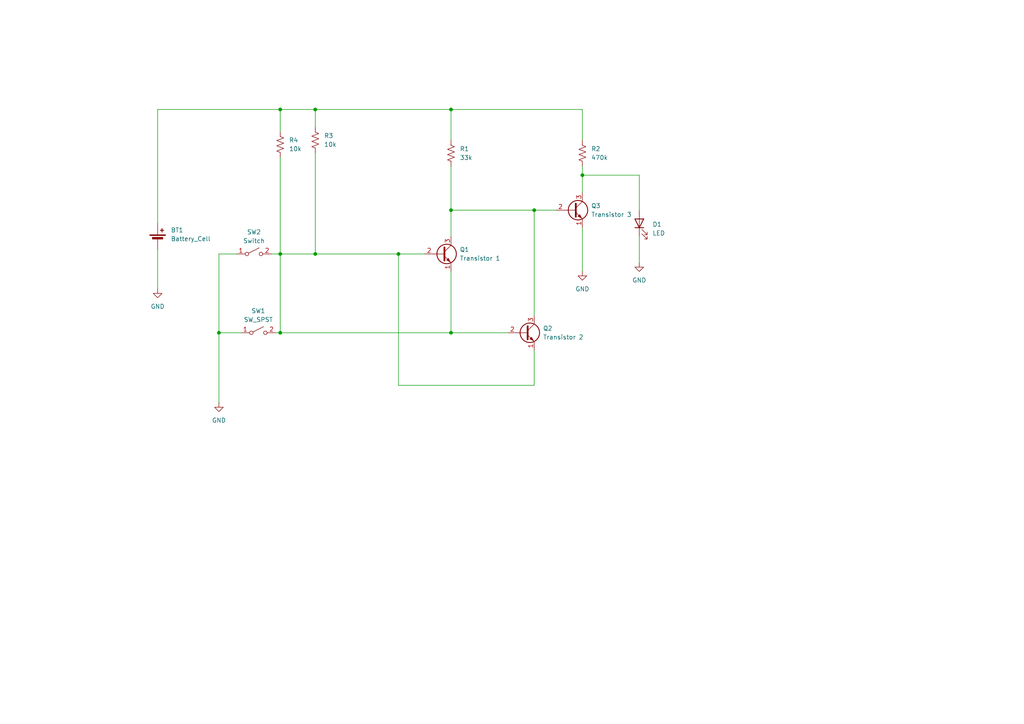
<source format=kicad_sch>
(kicad_sch (version 20250114) (generator "eeschema") (generator_version "9.0")
  (paper "A4")
  (title_block (title "1st design") (date "23/10/2025"))
  (lib_symbols
    (symbol "Device:Battery_Cell" (pin_numbers (hide yes)) (pin_names (offset 0) (hide yes))
      (property "Reference" "BT" (at 2.54 2.54 0))
      (property "Value" "Battery_Cell" (at 2.54 0 0))
      (symbol "Battery_Cell_0_1"
        (rectangle (start -2.286 1.778) (end 2.286 1.524) (fill (type outline)))
        (rectangle (start -1.524 1.016) (end 1.524 0.508) (fill (type outline)))
        (polyline (pts (xy 0 1.778) (xy 0 2.54)))
        (polyline (pts (xy 0 0.762) (xy 0 0)))
        (polyline (pts (xy 0.762 3.048) (xy 1.778 3.048)) (stroke (width 0.254)))
        (polyline (pts (xy 1.27 3.556) (xy 1.27 2.54)) (stroke (width 0.254)))
      )
      (symbol "Battery_Cell_1_1"
        (pin passive line (at 0 5.08 270) (length 2.54) (name "+") (number "1"))
        (pin passive line (at 0 -2.54 90) (length 2.54) (name "-") (number "2"))
      )
    )
    (symbol "Device:LED" (pin_numbers (hide yes)) (pin_names (offset 1.016) (hide yes))
      (property "Reference" "D" (at 0 2.54 0))
      (property "Value" "LED" (at 0 -2.54 0))
      (symbol "LED_0_1"
        (polyline (pts (xy -3.048 -0.762) (xy -4.572 -2.286) (xy -3.81 -2.286) (xy -4.572 -2.286) (xy -4.572 -1.524)))
        (polyline (pts (xy -1.778 -0.762) (xy -3.302 -2.286) (xy -2.54 -2.286) (xy -3.302 -2.286) (xy -3.302 -1.524)))
        (polyline (pts (xy -1.27 0) (xy 1.27 0)))
        (polyline (pts (xy -1.27 -1.27) (xy -1.27 1.27)) (stroke (width 0.254)))
        (polyline (pts (xy 1.27 -1.27) (xy 1.27 1.27) (xy -1.27 0) (xy 1.27 -1.27)) (stroke (width 0.254)))
      )
      (symbol "LED_1_1"
        (pin passive line (at -3.81 0 0) (length 2.54) (name "K") (number "1"))
        (pin passive line (at 3.81 0 180) (length 2.54) (name "A") (number "2"))
      )
    )
    (symbol "Device:R_US" (pin_numbers (hide yes)) (pin_names (offset 0))
      (property "Reference" "R" (at 2.54 0 90))
      (property "Value" "R_US" (at -2.54 0 90))
      (symbol "R_US_0_1"
        (polyline (pts (xy 0 2.286) (xy 0 2.54)))
        (polyline (pts (xy 0 2.286) (xy 1.016 1.905) (xy 0 1.524) (xy -1.016 1.143) (xy 0 0.762)))
        (polyline (pts (xy 0 0.762) (xy 1.016 0.381) (xy 0 0) (xy -1.016 -0.381) (xy 0 -0.762)))
        (polyline (pts (xy 0 -0.762) (xy 1.016 -1.143) (xy 0 -1.524) (xy -1.016 -1.905) (xy 0 -2.286)))
        (polyline (pts (xy 0 -2.286) (xy 0 -2.54)))
      )
      (symbol "R_US_1_1"
        (pin passive line (at 0 3.81 270) (length 1.27) (name "~") (number "1"))
        (pin passive line (at 0 -3.81 90) (length 1.27) (name "~") (number "2"))
      )
    )
    (symbol "Switch:SW_SPST" (pin_names (offset 0) (hide yes))
      (property "Reference" "SW" (at 0 3.175 0))
      (property "Value" "SW_SPST" (at 0 -2.54 0))
      (symbol "SW_SPST_0_0"
        (circle (center -2.032 0) (radius 0.508))
        (polyline (pts (xy -1.524 0.254) (xy 1.524 1.778)))
        (circle (center 2.032 0) (radius 0.508))
      )
      (symbol "SW_SPST_1_1"
        (pin passive line (at -5.08 0 0) (length 2.54) (name "A") (number "1"))
        (pin passive line (at 5.08 0 180) (length 2.54) (name "B") (number "2"))
      )
    )
    (symbol "Transistor_BJT:Q_NPN_EBC" (pin_names (offset 0) (hide yes))
      (property "Reference" "Q" (at 5.08 1.27 0))
      (property "Value" "Q_NPN_EBC" (at 5.08 -1.27 0))
      (symbol "Q_NPN_EBC_0_1"
        (polyline (pts (xy -2.54 0) (xy 0.635 0)))
        (polyline (pts (xy 0.635 1.905) (xy 0.635 -1.905)) (stroke (width 0.508)))
        (circle (center 1.27 0) (radius 2.8194) (stroke (width 0.254)))
      )
      (symbol "Q_NPN_EBC_1_1"
        (polyline (pts (xy 0.635 0.635) (xy 2.54 2.54)))
        (polyline (pts (xy 0.635 -0.635) (xy 2.54 -2.54)))
        (polyline (pts (xy 1.27 -1.778) (xy 1.778 -1.27) (xy 2.286 -2.286) (xy 1.27 -1.778)) (fill (type outline)))
        (pin input line (at -5.08 0 0) (length 2.54) (name "B") (number "2"))
        (pin passive line (at 2.54 5.08 270) (length 2.54) (name "C") (number "3"))
        (pin passive line (at 2.54 -5.08 90) (length 2.54) (name "E") (number "1"))
      )
    )
    (symbol "power:GND" (power) (pin_numbers (hide yes)) (pin_names (offset 0) (hide yes))
      (property "Value" "GND" (at 0 -3.81 0))
      (symbol "GND_0_1"
        (polyline (pts (xy 0 0) (xy 0 -1.27) (xy 1.27 -1.27) (xy 0 -2.54) (xy -1.27 -1.27) (xy 0 -1.27)))
      )
      (symbol "GND_1_1"
        (pin power_in line (at 0 0 270) (length 0) (name "~") (number "1"))
      )
    )
  )
  (junction (at 81.28 73.66))
  (junction (at 168.91 50.8))
  (junction (at 115.57 73.66))
  (junction (at 91.44 31.75))
  (junction (at 81.28 96.52))
  (junction (at 130.81 60.96))
  (junction (at 130.81 96.52))
  (junction (at 63.5 96.52))
  (junction (at 81.28 31.75))
  (junction (at 130.81 31.75))
  (junction (at 154.94 60.96))
  (junction (at 91.44 73.66))
  (wire (pts (xy 91.44 31.75) (xy 91.44 36.83)))
  (wire (pts (xy 130.81 48.26) (xy 130.81 60.96)))
  (wire (pts (xy 91.44 73.66) (xy 115.57 73.66)))
  (wire (pts (xy 45.72 31.75) (xy 45.72 64.77)))
  (wire (pts (xy 130.81 31.75) (xy 168.91 31.75)))
  (wire (pts (xy 130.81 60.96) (xy 130.81 68.58)))
  (wire (pts (xy 130.81 96.52) (xy 147.32 96.52)))
  (wire (pts (xy 91.44 31.75) (xy 130.81 31.75)))
  (wire (pts (xy 130.81 31.75) (xy 130.81 40.64)))
  (wire (pts (xy 130.81 60.96) (xy 154.94 60.96)))
  (wire (pts (xy 168.91 50.8) (xy 168.91 55.88)))
  (wire (pts (xy 168.91 48.26) (xy 168.91 50.8)))
  (wire (pts (xy 168.91 66.04) (xy 168.91 78.74)))
  (wire (pts (xy 185.42 50.8) (xy 185.42 60.96)))
  (wire (pts (xy 81.28 73.66) (xy 81.28 96.52)))
  (wire (pts (xy 81.28 96.52) (xy 130.81 96.52)))
  (wire (pts (xy 115.57 73.66) (xy 115.57 111.76)))
  (wire (pts (xy 81.28 45.72) (xy 81.28 73.66)))
  (wire (pts (xy 154.94 101.6) (xy 154.94 111.76)))
  (wire (pts (xy 168.91 31.75) (xy 168.91 40.64)))
  (wire (pts (xy 81.28 31.75) (xy 91.44 31.75)))
  (wire (pts (xy 154.94 60.96) (xy 154.94 91.44)))
  (wire (pts (xy 130.81 78.74) (xy 130.81 96.52)))
  (wire (pts (xy 168.91 50.8) (xy 185.42 50.8)))
  (wire (pts (xy 80.01 96.52) (xy 81.28 96.52)))
  (wire (pts (xy 63.5 96.52) (xy 69.85 96.52)))
  (wire (pts (xy 185.42 68.58) (xy 185.42 76.2)))
  (wire (pts (xy 63.5 96.52) (xy 63.5 116.84)))
  (wire (pts (xy 81.28 73.66) (xy 91.44 73.66)))
  (wire (pts (xy 91.44 44.45) (xy 91.44 73.66)))
  (wire (pts (xy 63.5 73.66) (xy 63.5 96.52)))
  (wire (pts (xy 78.74 73.66) (xy 81.28 73.66)))
  (wire (pts (xy 63.5 73.66) (xy 68.58 73.66)))
  (wire (pts (xy 115.57 73.66) (xy 123.19 73.66)))
  (wire (pts (xy 81.28 31.75) (xy 81.28 38.1)))
  (wire (pts (xy 45.72 31.75) (xy 81.28 31.75)))
  (wire (pts (xy 154.94 111.76) (xy 115.57 111.76)))
  (wire (pts (xy 154.94 60.96) (xy 161.29 60.96)))
  (wire (pts (xy 45.72 72.39) (xy 45.72 83.82)))
  (symbol (lib_id "Device:R_US") (at 168.91 44.45 0) (unit 1)
    (property "Reference" "R2" (at 171.45 43.1799 0) (effects (justify left)))
    (property "Value" "470k" (at 171.45 45.7199 0) (effects (justify left)))
    (property "Footprint" "Resistor_THT:R_Axial_DIN0309_L9.0mm_D3.2mm_P12.70mm_Horizontal" (effects (hide yes)))
    (property "Description" "Resistor, US symbol" (effects (hide yes)))
  )
  (symbol (lib_id "power:GND") (at 185.42 76.2 0) (unit 1)
    (property "Reference" "#PWR04" (effects (hide yes)))
    (property "Value" "GND" (at 185.42 81.28 0))
    (property "Description" "Power symbol creates a global label with name \"GND\" , ground" (effects (hide yes)))
  )
  (symbol (lib_id "Device:Battery_Cell") (at 45.72 69.85 0) (unit 1)
    (property "Reference" "BT1" (at 49.53 66.7384 0) (effects (justify left)))
    (property "Value" "Battery_Cell" (at 49.53 69.2784 0) (effects (justify left)))
    (property "Footprint" "Battery:BatteryHolder_LINX_BAT-HLD-012-SMT" (effects (hide yes)))
    (property "Description" "Single-cell battery" (effects (hide yes)))
  )
  (symbol (lib_id "Device:LED") (at 185.42 64.77 90) (unit 1)
    (property "Reference" "D1" (at 189.23 65.0874 90) (effects (justify right)))
    (property "Value" "LED" (at 189.23 67.6274 90) (effects (justify right)))
    (property "Footprint" "LED_THT:LED_D5.0mm" (effects (hide yes)))
    (property "Description" "Light emitting diode" (effects (hide yes)))
    (property "Sim.Pins" "1=K 2=A" (effects (hide yes)))
  )
  (symbol (lib_id "Switch:SW_SPST") (at 74.93 96.52 0) (unit 1)
    (property "Reference" "SW1" (at 74.93 90.17 0))
    (property "Value" "SW_SPST" (at 74.93 92.71 0))
    (property "Footprint" "Button_Switch_THT:SW_PUSH_6mm" (effects (hide yes)))
    (property "Description" "Single Pole Single Throw (SPST) switch" (effects (hide yes)))
  )
  (symbol (lib_id "Device:R_US") (at 81.28 41.91 0) (unit 1)
    (property "Reference" "R4" (at 83.82 40.6399 0) (effects (justify left)))
    (property "Value" "10k" (at 83.82 43.1799 0) (effects (justify left)))
    (property "Footprint" "Resistor_THT:R_Axial_DIN0309_L9.0mm_D3.2mm_P12.70mm_Horizontal" (effects (hide yes)))
    (property "Description" "Resistor, US symbol" (effects (hide yes)))
  )
  (symbol (lib_id "power:GND") (at 45.72 83.82 0) (unit 1)
    (property "Reference" "#PWR01" (effects (hide yes)))
    (property "Value" "GND" (at 45.72 88.9 0))
    (property "Description" "Power symbol creates a global label with name \"GND\" , ground" (effects (hide yes)))
  )
  (symbol (lib_id "Device:R_US") (at 130.81 44.45 0) (unit 1)
    (property "Reference" "R1" (at 133.35 43.1799 0) (effects (justify left)))
    (property "Value" "33k" (at 133.35 45.7199 0) (effects (justify left)))
    (property "Footprint" "Resistor_THT:R_Axial_DIN0309_L9.0mm_D3.2mm_P12.70mm_Horizontal" (effects (hide yes)))
    (property "Description" "Resistor, US symbol" (effects (hide yes)))
  )
  (symbol (lib_id "Transistor_BJT:Q_NPN_EBC") (at 152.4 96.52 0) (unit 1)
    (property "Reference" "Q2" (at 157.48 95.2499 0) (effects (justify left)))
    (property "Value" "Transistor 2" (at 157.48 97.7899 0) (effects (justify left)))
    (property "Footprint" "Package_TO_SOT_THT:TO-92" (effects (hide yes)))
    (property "Description" "NPN transistor, emitter/base/collector" (effects (hide yes)))
  )
  (symbol (lib_id "Switch:SW_SPST") (at 73.66 73.66 0) (unit 1)
    (property "Reference" "SW2" (at 73.66 67.31 0))
    (property "Value" "Switch" (at 73.66 69.85 0))
    (property "Footprint" "Button_Switch_THT:SW_PUSH_6mm" (effects (hide yes)))
    (property "Description" "Single Pole Single Throw (SPST) switch" (effects (hide yes)))
  )
  (symbol (lib_id "power:GND") (at 63.5 116.84 0) (unit 1)
    (property "Reference" "#PWR02" (effects (hide yes)))
    (property "Value" "GND" (at 63.5 121.92 0))
    (property "Description" "Power symbol creates a global label with name \"GND\" , ground" (effects (hide yes)))
  )
  (symbol (lib_id "Transistor_BJT:Q_NPN_EBC") (at 128.27 73.66 0) (unit 1)
    (property "Reference" "Q1" (at 133.35 72.3899 0) (effects (justify left)))
    (property "Value" "Transistor 1" (at 133.35 74.9299 0) (effects (justify left)))
    (property "Footprint" "Package_TO_SOT_THT:TO-92" (effects (hide yes)))
    (property "Description" "NPN transistor, emitter/base/collector" (effects (hide yes)))
  )
  (symbol (lib_id "Device:R_US") (at 91.44 40.64 0) (unit 1)
    (property "Reference" "R3" (at 93.98 39.3699 0) (effects (justify left)))
    (property "Value" "10k" (at 93.98 41.9099 0) (effects (justify left)))
    (property "Footprint" "Resistor_THT:R_Axial_DIN0309_L9.0mm_D3.2mm_P12.70mm_Horizontal" (effects (hide yes)))
    (property "Description" "Resistor, US symbol" (effects (hide yes)))
  )
  (symbol (lib_id "Transistor_BJT:Q_NPN_EBC") (at 166.37 60.96 0) (unit 1)
    (property "Reference" "Q3" (at 171.45 59.6899 0) (effects (justify left)))
    (property "Value" "Transistor 3" (at 171.45 62.2299 0) (effects (justify left)))
    (property "Footprint" "Package_TO_SOT_THT:TO-92" (effects (hide yes)))
    (property "Description" "NPN transistor, emitter/base/collector" (effects (hide yes)))
  )
  (symbol (lib_id "power:GND") (at 168.91 78.74 0) (unit 1)
    (property "Reference" "#PWR03" (effects (hide yes)))
    (property "Value" "GND" (at 168.91 83.82 0))
    (property "Description" "Power symbol creates a global label with name \"GND\" , ground" (effects (hide yes)))
  )
)
</source>
